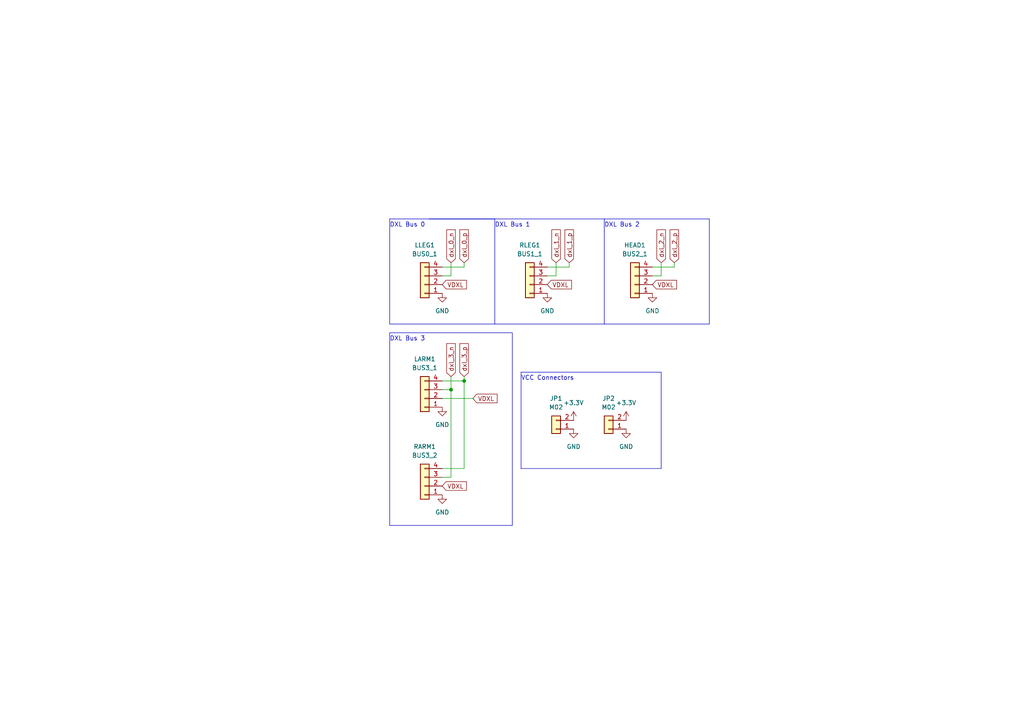
<source format=kicad_sch>
(kicad_sch (version 20231120) (generator "eeschema") (generator_version "8.0")
  (paper "A4")
  (lib_symbols
    (symbol "Connector_Generic:Conn_01x02" (pin_names (offset 1.016) hide)
      (property "Reference" "J" (at 0 2.54 0))
      (property "Value" "Conn_01x02" (at 0 -5.08 0))
      (symbol "Conn_01x02_1_1"
        (rectangle (start -1.27 -2.413) (end 0 -2.667) (stroke (width 0.1524)))
        (rectangle (start -1.27 0.127) (end 0 -0.127) (stroke (width 0.1524)))
        (rectangle (start -1.27 1.27) (end 1.27 -3.81) (stroke (width 0.254)) (fill (type background)))
        (pin passive line (at -5.08 0 0) (length 3.81) (name "Pin_1") (number "1"))
        (pin passive line (at -5.08 -2.54 0) (length 3.81) (name "Pin_2") (number "2"))
      )
    )
    (symbol "Connector_Generic:Conn_01x04" (pin_names (offset 1.016) hide)
      (property "Reference" "J" (at 0 5.08 0))
      (property "Value" "Conn_01x04" (at 0 -7.62 0))
      (symbol "Conn_01x04_1_1"
        (rectangle (start -1.27 -4.953) (end 0 -5.207) (stroke (width 0.1524)))
        (rectangle (start -1.27 -2.413) (end 0 -2.667) (stroke (width 0.1524)))
        (rectangle (start -1.27 0.127) (end 0 -0.127) (stroke (width 0.1524)))
        (rectangle (start -1.27 2.667) (end 0 2.413) (stroke (width 0.1524)))
        (rectangle (start -1.27 3.81) (end 1.27 -6.35) (stroke (width 0.254)) (fill (type background)))
        (pin passive line (at -5.08 2.54 0) (length 3.81) (name "Pin_1") (number "1"))
        (pin passive line (at -5.08 0 0) (length 3.81) (name "Pin_2") (number "2"))
        (pin passive line (at -5.08 -2.54 0) (length 3.81) (name "Pin_3") (number "3"))
        (pin passive line (at -5.08 -5.08 0) (length 3.81) (name "Pin_4") (number "4"))
      )
    )
    (symbol "power:+3.3V" (power) (pin_names (offset 0))
      (property "Value" "+3.3V" (at 0 3.556 0))
      (symbol "+3.3V_0_1"
        (polyline (pts (xy -0.762 1.27) (xy 0 2.54)))
        (polyline (pts (xy 0 0) (xy 0 2.54)))
        (polyline (pts (xy 0 2.54) (xy 0.762 1.27)))
      )
      (symbol "+3.3V_1_1"
        (pin power_in line (at 0 0 90) (length 0) hide (name "+3.3V") (number "1"))
      )
    )
    (symbol "power:GND" (power) (pin_names (offset 0))
      (property "Value" "GND" (at 0 -3.81 0))
      (symbol "GND_0_1"
        (polyline (pts (xy 0 0) (xy 0 -1.27) (xy 1.27 -1.27) (xy 0 -2.54) (xy -1.27 -1.27) (xy 0 -1.27)))
      )
      (symbol "GND_1_1"
        (pin power_in line (at 0 0 270) (length 0) hide (name "GND") (number "1"))
      )
    )
  )
  (junction (at 130.81 113.03))
  (junction (at 134.62 110.49))
  (wire (pts (xy 128.27 110.49) (xy 134.62 110.49)))
  (polyline (pts (xy 175.26 93.98) (xy 205.74 93.98)))
  (polyline (pts (xy 151.13 107.95) (xy 191.77 107.95)))
  (wire (pts (xy 128.27 80.01) (xy 130.81 80.01)))
  (polyline (pts (xy 148.59 152.4) (xy 148.59 96.52)))
  (polyline (pts (xy 143.51 63.5) (xy 175.26 63.5)))
  (polyline (pts (xy 114.3 63.5) (xy 143.51 63.5)))
  (wire (pts (xy 189.23 80.01) (xy 191.77 80.01)))
  (wire (pts (xy 158.75 80.01) (xy 161.29 80.01)))
  (polyline (pts (xy 124.46 63.5) (xy 143.51 63.5)))
  (wire (pts (xy 137.16 115.57) (xy 128.27 115.57)))
  (polyline (pts (xy 114.3 93.98) (xy 143.51 93.98)))
  (polyline (pts (xy 191.77 135.89) (xy 191.77 107.95)))
  (polyline (pts (xy 175.26 63.5) (xy 205.74 63.5)))
  (polyline (pts (xy 143.51 93.98) (xy 143.51 63.5)))
  (wire (pts (xy 161.29 80.01) (xy 161.29 76.2)))
  (wire (pts (xy 158.75 77.47) (xy 165.1 77.47)))
  (polyline (pts (xy 175.26 63.5) (xy 175.26 93.98)))
  (polyline (pts (xy 143.51 93.98) (xy 175.26 93.98)))
  (wire (pts (xy 130.81 80.01) (xy 130.81 76.2)))
  (polyline (pts (xy 151.13 135.89) (xy 191.77 135.89)))
  (wire (pts (xy 134.62 110.49) (xy 134.62 109.22)))
  (polyline (pts (xy 113.03 96.52) (xy 148.59 96.52)))
  (wire (pts (xy 128.27 77.47) (xy 134.62 77.47)))
  (polyline (pts (xy 113.03 96.52) (xy 113.03 152.4)))
  (wire (pts (xy 134.62 77.47) (xy 134.62 76.2)))
  (polyline (pts (xy 113.03 152.4) (xy 148.59 152.4)))
  (polyline (pts (xy 113.03 93.98) (xy 113.03 63.5)))
  (polyline (pts (xy 114.3 93.98) (xy 113.03 93.98)))
  (polyline (pts (xy 151.13 107.95) (xy 151.13 135.89)))
  (wire (pts (xy 191.77 80.01) (xy 191.77 76.2)))
  (wire (pts (xy 128.27 113.03) (xy 130.81 113.03)))
  (wire (pts (xy 130.81 113.03) (xy 130.81 109.22)))
  (wire (pts (xy 189.23 77.47) (xy 195.58 77.47)))
  (polyline (pts (xy 205.74 63.5) (xy 205.74 93.98)))
  (wire (pts (xy 165.1 77.47) (xy 165.1 76.2)))
  (wire (pts (xy 128.27 138.43) (xy 130.81 138.43)))
  (wire (pts (xy 134.62 110.49) (xy 134.62 135.89)))
  (wire (pts (xy 128.27 135.89) (xy 134.62 135.89)))
  (wire (pts (xy 195.58 77.47) (xy 195.58 76.2)))
  (polyline (pts (xy 113.03 63.5) (xy 114.3 63.5)))
  (wire (pts (xy 130.81 113.03) (xy 130.81 138.43)))
  (text "DXL Bus 3" (at 113.03 99.06 0) (effects (font (size 1.27 1.27)) (justify left bottom)))
  (text "VCC Connectors\n" (at 151.13 110.49 0) (effects (font (size 1.27 1.27)) (justify left bottom)))
  (text "DXL Bus 0" (at 113.03 66.04 0) (effects (font (size 1.27 1.27)) (justify left bottom)))
  (text "DXL Bus 2" (at 175.26 66.04 0) (effects (font (size 1.27 1.27)) (justify left bottom)))
  (text "DXL Bus 1" (at 143.51 66.04 0) (effects (font (size 1.27 1.27)) (justify left bottom)))
  (global_label "dxl_0_p" (shape input) (at 134.62 76.2 90) (property "Intersheetrefs" "${INTERSHEET_REFS}" (effects (hide yes))))
  (global_label "VDXL" (shape input) (at 128.27 82.55 0) (property "Intersheetrefs" "${INTERSHEET_REFS}" (effects (hide yes))))
  (global_label "dxl_3_n" (shape input) (at 130.81 109.22 90) (property "Intersheetrefs" "${INTERSHEET_REFS}" (effects (hide yes))))
  (global_label "VDXL" (shape input) (at 128.27 140.97 0) (property "Intersheetrefs" "${INTERSHEET_REFS}" (effects (hide yes))))
  (global_label "dxl_0_n" (shape input) (at 130.81 76.2 90) (property "Intersheetrefs" "${INTERSHEET_REFS}" (effects (hide yes))))
  (global_label "dxl_3_p" (shape input) (at 134.62 109.22 90) (property "Intersheetrefs" "${INTERSHEET_REFS}" (effects (hide yes))))
  (global_label "dxl_1_p" (shape input) (at 165.1 76.2 90) (property "Intersheetrefs" "${INTERSHEET_REFS}" (effects (hide yes))))
  (global_label "VDXL" (shape input) (at 158.75 82.55 0) (property "Intersheetrefs" "${INTERSHEET_REFS}" (effects (hide yes))))
  (global_label "VDXL" (shape input) (at 137.16 115.57 0) (property "Intersheetrefs" "${INTERSHEET_REFS}" (effects (hide yes))))
  (global_label "dxl_1_n" (shape input) (at 161.29 76.2 90) (property "Intersheetrefs" "${INTERSHEET_REFS}" (effects (hide yes))))
  (global_label "VDXL" (shape input) (at 189.23 82.55 0) (property "Intersheetrefs" "${INTERSHEET_REFS}" (effects (hide yes))))
  (global_label "dxl_2_p" (shape input) (at 195.58 76.2 90) (property "Intersheetrefs" "${INTERSHEET_REFS}" (effects (hide yes))))
  (global_label "dxl_2_n" (shape input) (at 191.77 76.2 90) (property "Intersheetrefs" "${INTERSHEET_REFS}" (effects (hide yes))))
  (symbol (lib_id "Connector_Generic:Conn_01x04") (at 123.19 115.57 180) (unit 1)
    (property "Reference" "LARM1" (at 123.19 104.14 0))
    (property "Value" "BUS3_1" (at 123.19 106.68 0))
  )
  (symbol (lib_id "Connector_Generic:Conn_01x02") (at 161.29 124.46 180) (unit 1)
    (property "Reference" "JP1" (at 161.29 115.57 0))
    (property "Value" "M02" (at 161.29 118.11 0))
  )
  (symbol (lib_id "Connector_Generic:Conn_01x02") (at 176.53 124.46 180) (unit 1)
    (property "Reference" "JP2" (at 176.53 115.57 0))
    (property "Value" "M02" (at 176.53 118.11 0))
  )
  (symbol (lib_id "Connector_Generic:Conn_01x04") (at 153.67 82.55 180) (unit 1)
    (property "Reference" "RLEG1" (at 153.67 71.12 0))
    (property "Value" "BUS1_1" (at 153.67 73.66 0))
  )
  (symbol (lib_id "power:GND") (at 128.27 143.51 0) (unit 1)
    (property "Reference" "#PWR010" (effects (hide yes)))
    (property "Value" "GND" (at 128.27 148.59 0))
  )
  (symbol (lib_id "power:GND") (at 189.23 85.09 0) (unit 1)
    (property "Reference" "#PWR09" (effects (hide yes)))
    (property "Value" "GND" (at 189.23 90.17 0))
  )
  (symbol (lib_id "power:+3.3V") (at 181.61 121.92 0) (unit 1)
    (property "Reference" "#PWR014" (effects (hide yes)))
    (property "Value" "+3.3V" (at 181.61 116.84 0))
  )
  (symbol (lib_id "power:GND") (at 128.27 85.09 0) (unit 1)
    (property "Reference" "#PWR07" (effects (hide yes)))
    (property "Value" "GND" (at 128.27 90.17 0))
  )
  (symbol (lib_id "Connector_Generic:Conn_01x04") (at 123.19 82.55 180) (unit 1)
    (property "Reference" "LLEG1" (at 123.19 71.12 0))
    (property "Value" "BUS0_1" (at 123.19 73.66 0))
  )
  (symbol (lib_id "Connector_Generic:Conn_01x04") (at 184.15 82.55 180) (unit 1)
    (property "Reference" "HEAD1" (at 184.15 71.12 0))
    (property "Value" "BUS2_1" (at 184.15 73.66 0))
  )
  (symbol (lib_id "power:GND") (at 158.75 85.09 0) (unit 1)
    (property "Reference" "#PWR08" (effects (hide yes)))
    (property "Value" "GND" (at 158.75 90.17 0))
  )
  (symbol (lib_id "power:GND") (at 166.37 124.46 0) (unit 1)
    (property "Reference" "#PWR012" (effects (hide yes)))
    (property "Value" "GND" (at 166.37 129.54 0))
  )
  (symbol (lib_id "power:+3.3V") (at 166.37 121.92 0) (unit 1)
    (property "Reference" "#PWR013" (effects (hide yes)))
    (property "Value" "+3.3V" (at 166.37 116.84 0))
  )
  (symbol (lib_id "power:GND") (at 128.27 118.11 0) (unit 1)
    (property "Reference" "#PWR011" (effects (hide yes)))
    (property "Value" "GND" (at 128.27 123.19 0))
  )
  (symbol (lib_id "power:GND") (at 181.61 124.46 0) (unit 1)
    (property "Reference" "#PWR015" (effects (hide yes)))
    (property "Value" "GND" (at 181.61 129.54 0))
  )
  (symbol (lib_id "Connector_Generic:Conn_01x04") (at 123.19 140.97 180) (unit 1)
    (property "Reference" "RARM1" (at 123.19 129.54 0))
    (property "Value" "BUS3_2" (at 123.19 132.08 0))
  )
)
</source>
